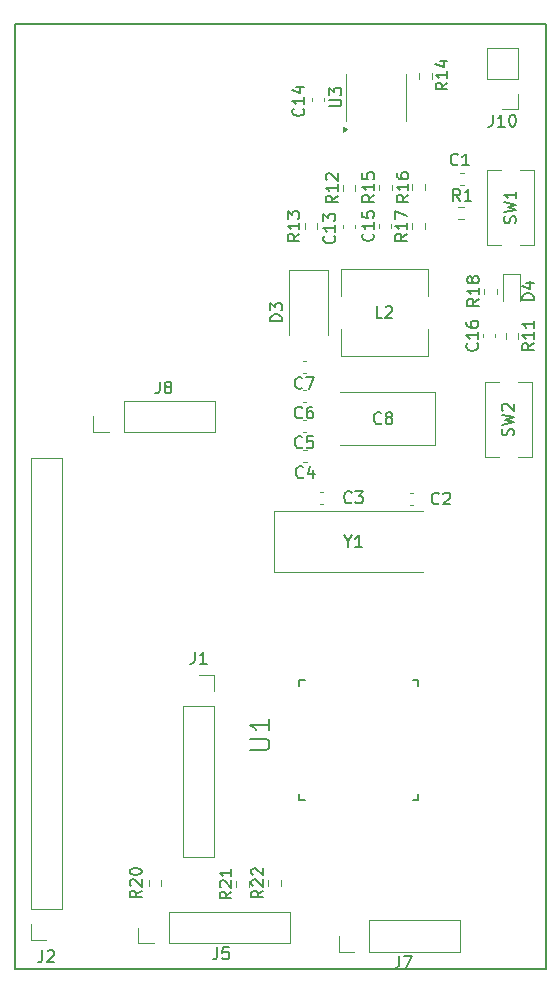
<source format=gto>
%TF.GenerationSoftware,KiCad,Pcbnew,8.0.7*%
%TF.CreationDate,2025-03-07T17:05:54+07:00*%
%TF.ProjectId,BTL_NGUYENTRUNG,42544c5f-4e47-4555-9945-4e5452554e47,rev?*%
%TF.SameCoordinates,Original*%
%TF.FileFunction,Legend,Top*%
%TF.FilePolarity,Positive*%
%FSLAX46Y46*%
G04 Gerber Fmt 4.6, Leading zero omitted, Abs format (unit mm)*
G04 Created by KiCad (PCBNEW 8.0.7) date 2025-03-07 17:05:54*
%MOMM*%
%LPD*%
G01*
G04 APERTURE LIST*
%ADD10C,0.150000*%
%ADD11C,0.120000*%
%ADD12C,0.152400*%
%TA.AperFunction,Profile*%
%ADD13C,0.200000*%
%TD*%
G04 APERTURE END LIST*
D10*
X84507200Y-37033332D02*
X84554819Y-36890475D01*
X84554819Y-36890475D02*
X84554819Y-36652380D01*
X84554819Y-36652380D02*
X84507200Y-36557142D01*
X84507200Y-36557142D02*
X84459580Y-36509523D01*
X84459580Y-36509523D02*
X84364342Y-36461904D01*
X84364342Y-36461904D02*
X84269104Y-36461904D01*
X84269104Y-36461904D02*
X84173866Y-36509523D01*
X84173866Y-36509523D02*
X84126247Y-36557142D01*
X84126247Y-36557142D02*
X84078628Y-36652380D01*
X84078628Y-36652380D02*
X84031009Y-36842856D01*
X84031009Y-36842856D02*
X83983390Y-36938094D01*
X83983390Y-36938094D02*
X83935771Y-36985713D01*
X83935771Y-36985713D02*
X83840533Y-37033332D01*
X83840533Y-37033332D02*
X83745295Y-37033332D01*
X83745295Y-37033332D02*
X83650057Y-36985713D01*
X83650057Y-36985713D02*
X83602438Y-36938094D01*
X83602438Y-36938094D02*
X83554819Y-36842856D01*
X83554819Y-36842856D02*
X83554819Y-36604761D01*
X83554819Y-36604761D02*
X83602438Y-36461904D01*
X83554819Y-36128570D02*
X84554819Y-35890475D01*
X84554819Y-35890475D02*
X83840533Y-35699999D01*
X83840533Y-35699999D02*
X84554819Y-35509523D01*
X84554819Y-35509523D02*
X83554819Y-35271428D01*
X84554819Y-34366666D02*
X84554819Y-34938094D01*
X84554819Y-34652380D02*
X83554819Y-34652380D01*
X83554819Y-34652380D02*
X83697676Y-34747618D01*
X83697676Y-34747618D02*
X83792914Y-34842856D01*
X83792914Y-34842856D02*
X83840533Y-34938094D01*
X66458333Y-55989580D02*
X66410714Y-56037200D01*
X66410714Y-56037200D02*
X66267857Y-56084819D01*
X66267857Y-56084819D02*
X66172619Y-56084819D01*
X66172619Y-56084819D02*
X66029762Y-56037200D01*
X66029762Y-56037200D02*
X65934524Y-55941961D01*
X65934524Y-55941961D02*
X65886905Y-55846723D01*
X65886905Y-55846723D02*
X65839286Y-55656247D01*
X65839286Y-55656247D02*
X65839286Y-55513390D01*
X65839286Y-55513390D02*
X65886905Y-55322914D01*
X65886905Y-55322914D02*
X65934524Y-55227676D01*
X65934524Y-55227676D02*
X66029762Y-55132438D01*
X66029762Y-55132438D02*
X66172619Y-55084819D01*
X66172619Y-55084819D02*
X66267857Y-55084819D01*
X66267857Y-55084819D02*
X66410714Y-55132438D01*
X66410714Y-55132438D02*
X66458333Y-55180057D01*
X67363095Y-55084819D02*
X66886905Y-55084819D01*
X66886905Y-55084819D02*
X66839286Y-55561009D01*
X66839286Y-55561009D02*
X66886905Y-55513390D01*
X66886905Y-55513390D02*
X66982143Y-55465771D01*
X66982143Y-55465771D02*
X67220238Y-55465771D01*
X67220238Y-55465771D02*
X67315476Y-55513390D01*
X67315476Y-55513390D02*
X67363095Y-55561009D01*
X67363095Y-55561009D02*
X67410714Y-55656247D01*
X67410714Y-55656247D02*
X67410714Y-55894342D01*
X67410714Y-55894342D02*
X67363095Y-55989580D01*
X67363095Y-55989580D02*
X67315476Y-56037200D01*
X67315476Y-56037200D02*
X67220238Y-56084819D01*
X67220238Y-56084819D02*
X66982143Y-56084819D01*
X66982143Y-56084819D02*
X66886905Y-56037200D01*
X66886905Y-56037200D02*
X66839286Y-55989580D01*
X75454819Y-34642857D02*
X74978628Y-34976190D01*
X75454819Y-35214285D02*
X74454819Y-35214285D01*
X74454819Y-35214285D02*
X74454819Y-34833333D01*
X74454819Y-34833333D02*
X74502438Y-34738095D01*
X74502438Y-34738095D02*
X74550057Y-34690476D01*
X74550057Y-34690476D02*
X74645295Y-34642857D01*
X74645295Y-34642857D02*
X74788152Y-34642857D01*
X74788152Y-34642857D02*
X74883390Y-34690476D01*
X74883390Y-34690476D02*
X74931009Y-34738095D01*
X74931009Y-34738095D02*
X74978628Y-34833333D01*
X74978628Y-34833333D02*
X74978628Y-35214285D01*
X75454819Y-33690476D02*
X75454819Y-34261904D01*
X75454819Y-33976190D02*
X74454819Y-33976190D01*
X74454819Y-33976190D02*
X74597676Y-34071428D01*
X74597676Y-34071428D02*
X74692914Y-34166666D01*
X74692914Y-34166666D02*
X74740533Y-34261904D01*
X74454819Y-32833333D02*
X74454819Y-33023809D01*
X74454819Y-33023809D02*
X74502438Y-33119047D01*
X74502438Y-33119047D02*
X74550057Y-33166666D01*
X74550057Y-33166666D02*
X74692914Y-33261904D01*
X74692914Y-33261904D02*
X74883390Y-33309523D01*
X74883390Y-33309523D02*
X75264342Y-33309523D01*
X75264342Y-33309523D02*
X75359580Y-33261904D01*
X75359580Y-33261904D02*
X75407200Y-33214285D01*
X75407200Y-33214285D02*
X75454819Y-33119047D01*
X75454819Y-33119047D02*
X75454819Y-32928571D01*
X75454819Y-32928571D02*
X75407200Y-32833333D01*
X75407200Y-32833333D02*
X75359580Y-32785714D01*
X75359580Y-32785714D02*
X75264342Y-32738095D01*
X75264342Y-32738095D02*
X75026247Y-32738095D01*
X75026247Y-32738095D02*
X74931009Y-32785714D01*
X74931009Y-32785714D02*
X74883390Y-32833333D01*
X74883390Y-32833333D02*
X74835771Y-32928571D01*
X74835771Y-32928571D02*
X74835771Y-33119047D01*
X74835771Y-33119047D02*
X74883390Y-33214285D01*
X74883390Y-33214285D02*
X74931009Y-33261904D01*
X74931009Y-33261904D02*
X75026247Y-33309523D01*
X66458333Y-53479580D02*
X66410714Y-53527200D01*
X66410714Y-53527200D02*
X66267857Y-53574819D01*
X66267857Y-53574819D02*
X66172619Y-53574819D01*
X66172619Y-53574819D02*
X66029762Y-53527200D01*
X66029762Y-53527200D02*
X65934524Y-53431961D01*
X65934524Y-53431961D02*
X65886905Y-53336723D01*
X65886905Y-53336723D02*
X65839286Y-53146247D01*
X65839286Y-53146247D02*
X65839286Y-53003390D01*
X65839286Y-53003390D02*
X65886905Y-52812914D01*
X65886905Y-52812914D02*
X65934524Y-52717676D01*
X65934524Y-52717676D02*
X66029762Y-52622438D01*
X66029762Y-52622438D02*
X66172619Y-52574819D01*
X66172619Y-52574819D02*
X66267857Y-52574819D01*
X66267857Y-52574819D02*
X66410714Y-52622438D01*
X66410714Y-52622438D02*
X66458333Y-52670057D01*
X67315476Y-52574819D02*
X67125000Y-52574819D01*
X67125000Y-52574819D02*
X67029762Y-52622438D01*
X67029762Y-52622438D02*
X66982143Y-52670057D01*
X66982143Y-52670057D02*
X66886905Y-52812914D01*
X66886905Y-52812914D02*
X66839286Y-53003390D01*
X66839286Y-53003390D02*
X66839286Y-53384342D01*
X66839286Y-53384342D02*
X66886905Y-53479580D01*
X66886905Y-53479580D02*
X66934524Y-53527200D01*
X66934524Y-53527200D02*
X67029762Y-53574819D01*
X67029762Y-53574819D02*
X67220238Y-53574819D01*
X67220238Y-53574819D02*
X67315476Y-53527200D01*
X67315476Y-53527200D02*
X67363095Y-53479580D01*
X67363095Y-53479580D02*
X67410714Y-53384342D01*
X67410714Y-53384342D02*
X67410714Y-53146247D01*
X67410714Y-53146247D02*
X67363095Y-53051009D01*
X67363095Y-53051009D02*
X67315476Y-53003390D01*
X67315476Y-53003390D02*
X67220238Y-52955771D01*
X67220238Y-52955771D02*
X67029762Y-52955771D01*
X67029762Y-52955771D02*
X66934524Y-53003390D01*
X66934524Y-53003390D02*
X66886905Y-53051009D01*
X66886905Y-53051009D02*
X66839286Y-53146247D01*
X72429580Y-37917857D02*
X72477200Y-37965476D01*
X72477200Y-37965476D02*
X72524819Y-38108333D01*
X72524819Y-38108333D02*
X72524819Y-38203571D01*
X72524819Y-38203571D02*
X72477200Y-38346428D01*
X72477200Y-38346428D02*
X72381961Y-38441666D01*
X72381961Y-38441666D02*
X72286723Y-38489285D01*
X72286723Y-38489285D02*
X72096247Y-38536904D01*
X72096247Y-38536904D02*
X71953390Y-38536904D01*
X71953390Y-38536904D02*
X71762914Y-38489285D01*
X71762914Y-38489285D02*
X71667676Y-38441666D01*
X71667676Y-38441666D02*
X71572438Y-38346428D01*
X71572438Y-38346428D02*
X71524819Y-38203571D01*
X71524819Y-38203571D02*
X71524819Y-38108333D01*
X71524819Y-38108333D02*
X71572438Y-37965476D01*
X71572438Y-37965476D02*
X71620057Y-37917857D01*
X72524819Y-36965476D02*
X72524819Y-37536904D01*
X72524819Y-37251190D02*
X71524819Y-37251190D01*
X71524819Y-37251190D02*
X71667676Y-37346428D01*
X71667676Y-37346428D02*
X71762914Y-37441666D01*
X71762914Y-37441666D02*
X71810533Y-37536904D01*
X71524819Y-36060714D02*
X71524819Y-36536904D01*
X71524819Y-36536904D02*
X72001009Y-36584523D01*
X72001009Y-36584523D02*
X71953390Y-36536904D01*
X71953390Y-36536904D02*
X71905771Y-36441666D01*
X71905771Y-36441666D02*
X71905771Y-36203571D01*
X71905771Y-36203571D02*
X71953390Y-36108333D01*
X71953390Y-36108333D02*
X72001009Y-36060714D01*
X72001009Y-36060714D02*
X72096247Y-36013095D01*
X72096247Y-36013095D02*
X72334342Y-36013095D01*
X72334342Y-36013095D02*
X72429580Y-36060714D01*
X72429580Y-36060714D02*
X72477200Y-36108333D01*
X72477200Y-36108333D02*
X72524819Y-36203571D01*
X72524819Y-36203571D02*
X72524819Y-36441666D01*
X72524819Y-36441666D02*
X72477200Y-36536904D01*
X72477200Y-36536904D02*
X72429580Y-36584523D01*
X78033333Y-60759580D02*
X77985714Y-60807200D01*
X77985714Y-60807200D02*
X77842857Y-60854819D01*
X77842857Y-60854819D02*
X77747619Y-60854819D01*
X77747619Y-60854819D02*
X77604762Y-60807200D01*
X77604762Y-60807200D02*
X77509524Y-60711961D01*
X77509524Y-60711961D02*
X77461905Y-60616723D01*
X77461905Y-60616723D02*
X77414286Y-60426247D01*
X77414286Y-60426247D02*
X77414286Y-60283390D01*
X77414286Y-60283390D02*
X77461905Y-60092914D01*
X77461905Y-60092914D02*
X77509524Y-59997676D01*
X77509524Y-59997676D02*
X77604762Y-59902438D01*
X77604762Y-59902438D02*
X77747619Y-59854819D01*
X77747619Y-59854819D02*
X77842857Y-59854819D01*
X77842857Y-59854819D02*
X77985714Y-59902438D01*
X77985714Y-59902438D02*
X78033333Y-59950057D01*
X78414286Y-59950057D02*
X78461905Y-59902438D01*
X78461905Y-59902438D02*
X78557143Y-59854819D01*
X78557143Y-59854819D02*
X78795238Y-59854819D01*
X78795238Y-59854819D02*
X78890476Y-59902438D01*
X78890476Y-59902438D02*
X78938095Y-59950057D01*
X78938095Y-59950057D02*
X78985714Y-60045295D01*
X78985714Y-60045295D02*
X78985714Y-60140533D01*
X78985714Y-60140533D02*
X78938095Y-60283390D01*
X78938095Y-60283390D02*
X78366667Y-60854819D01*
X78366667Y-60854819D02*
X78985714Y-60854819D01*
X62043524Y-81618795D02*
X63372877Y-81618795D01*
X63372877Y-81618795D02*
X63529271Y-81540598D01*
X63529271Y-81540598D02*
X63607469Y-81462401D01*
X63607469Y-81462401D02*
X63685666Y-81306006D01*
X63685666Y-81306006D02*
X63685666Y-80993217D01*
X63685666Y-80993217D02*
X63607469Y-80836823D01*
X63607469Y-80836823D02*
X63529271Y-80758626D01*
X63529271Y-80758626D02*
X63372877Y-80680428D01*
X63372877Y-80680428D02*
X62043524Y-80680428D01*
X63685666Y-79038287D02*
X63685666Y-79976654D01*
X63685666Y-79507470D02*
X62043524Y-79507470D01*
X62043524Y-79507470D02*
X62278115Y-79663865D01*
X62278115Y-79663865D02*
X62434510Y-79820259D01*
X62434510Y-79820259D02*
X62512707Y-79976654D01*
X69159580Y-38142857D02*
X69207200Y-38190476D01*
X69207200Y-38190476D02*
X69254819Y-38333333D01*
X69254819Y-38333333D02*
X69254819Y-38428571D01*
X69254819Y-38428571D02*
X69207200Y-38571428D01*
X69207200Y-38571428D02*
X69111961Y-38666666D01*
X69111961Y-38666666D02*
X69016723Y-38714285D01*
X69016723Y-38714285D02*
X68826247Y-38761904D01*
X68826247Y-38761904D02*
X68683390Y-38761904D01*
X68683390Y-38761904D02*
X68492914Y-38714285D01*
X68492914Y-38714285D02*
X68397676Y-38666666D01*
X68397676Y-38666666D02*
X68302438Y-38571428D01*
X68302438Y-38571428D02*
X68254819Y-38428571D01*
X68254819Y-38428571D02*
X68254819Y-38333333D01*
X68254819Y-38333333D02*
X68302438Y-38190476D01*
X68302438Y-38190476D02*
X68350057Y-38142857D01*
X69254819Y-37190476D02*
X69254819Y-37761904D01*
X69254819Y-37476190D02*
X68254819Y-37476190D01*
X68254819Y-37476190D02*
X68397676Y-37571428D01*
X68397676Y-37571428D02*
X68492914Y-37666666D01*
X68492914Y-37666666D02*
X68540533Y-37761904D01*
X68254819Y-36857142D02*
X68254819Y-36238095D01*
X68254819Y-36238095D02*
X68635771Y-36571428D01*
X68635771Y-36571428D02*
X68635771Y-36428571D01*
X68635771Y-36428571D02*
X68683390Y-36333333D01*
X68683390Y-36333333D02*
X68731009Y-36285714D01*
X68731009Y-36285714D02*
X68826247Y-36238095D01*
X68826247Y-36238095D02*
X69064342Y-36238095D01*
X69064342Y-36238095D02*
X69159580Y-36285714D01*
X69159580Y-36285714D02*
X69207200Y-36333333D01*
X69207200Y-36333333D02*
X69254819Y-36428571D01*
X69254819Y-36428571D02*
X69254819Y-36714285D01*
X69254819Y-36714285D02*
X69207200Y-36809523D01*
X69207200Y-36809523D02*
X69159580Y-36857142D01*
X79833333Y-35154819D02*
X79500000Y-34678628D01*
X79261905Y-35154819D02*
X79261905Y-34154819D01*
X79261905Y-34154819D02*
X79642857Y-34154819D01*
X79642857Y-34154819D02*
X79738095Y-34202438D01*
X79738095Y-34202438D02*
X79785714Y-34250057D01*
X79785714Y-34250057D02*
X79833333Y-34345295D01*
X79833333Y-34345295D02*
X79833333Y-34488152D01*
X79833333Y-34488152D02*
X79785714Y-34583390D01*
X79785714Y-34583390D02*
X79738095Y-34631009D01*
X79738095Y-34631009D02*
X79642857Y-34678628D01*
X79642857Y-34678628D02*
X79261905Y-34678628D01*
X80785714Y-35154819D02*
X80214286Y-35154819D01*
X80500000Y-35154819D02*
X80500000Y-34154819D01*
X80500000Y-34154819D02*
X80404762Y-34297676D01*
X80404762Y-34297676D02*
X80309524Y-34392914D01*
X80309524Y-34392914D02*
X80214286Y-34440533D01*
X66458333Y-50969580D02*
X66410714Y-51017200D01*
X66410714Y-51017200D02*
X66267857Y-51064819D01*
X66267857Y-51064819D02*
X66172619Y-51064819D01*
X66172619Y-51064819D02*
X66029762Y-51017200D01*
X66029762Y-51017200D02*
X65934524Y-50921961D01*
X65934524Y-50921961D02*
X65886905Y-50826723D01*
X65886905Y-50826723D02*
X65839286Y-50636247D01*
X65839286Y-50636247D02*
X65839286Y-50493390D01*
X65839286Y-50493390D02*
X65886905Y-50302914D01*
X65886905Y-50302914D02*
X65934524Y-50207676D01*
X65934524Y-50207676D02*
X66029762Y-50112438D01*
X66029762Y-50112438D02*
X66172619Y-50064819D01*
X66172619Y-50064819D02*
X66267857Y-50064819D01*
X66267857Y-50064819D02*
X66410714Y-50112438D01*
X66410714Y-50112438D02*
X66458333Y-50160057D01*
X66791667Y-50064819D02*
X67458333Y-50064819D01*
X67458333Y-50064819D02*
X67029762Y-51064819D01*
X73233333Y-45054819D02*
X72757143Y-45054819D01*
X72757143Y-45054819D02*
X72757143Y-44054819D01*
X73519048Y-44150057D02*
X73566667Y-44102438D01*
X73566667Y-44102438D02*
X73661905Y-44054819D01*
X73661905Y-44054819D02*
X73900000Y-44054819D01*
X73900000Y-44054819D02*
X73995238Y-44102438D01*
X73995238Y-44102438D02*
X74042857Y-44150057D01*
X74042857Y-44150057D02*
X74090476Y-44245295D01*
X74090476Y-44245295D02*
X74090476Y-44340533D01*
X74090476Y-44340533D02*
X74042857Y-44483390D01*
X74042857Y-44483390D02*
X73471429Y-45054819D01*
X73471429Y-45054819D02*
X74090476Y-45054819D01*
X84307200Y-55008332D02*
X84354819Y-54865475D01*
X84354819Y-54865475D02*
X84354819Y-54627380D01*
X84354819Y-54627380D02*
X84307200Y-54532142D01*
X84307200Y-54532142D02*
X84259580Y-54484523D01*
X84259580Y-54484523D02*
X84164342Y-54436904D01*
X84164342Y-54436904D02*
X84069104Y-54436904D01*
X84069104Y-54436904D02*
X83973866Y-54484523D01*
X83973866Y-54484523D02*
X83926247Y-54532142D01*
X83926247Y-54532142D02*
X83878628Y-54627380D01*
X83878628Y-54627380D02*
X83831009Y-54817856D01*
X83831009Y-54817856D02*
X83783390Y-54913094D01*
X83783390Y-54913094D02*
X83735771Y-54960713D01*
X83735771Y-54960713D02*
X83640533Y-55008332D01*
X83640533Y-55008332D02*
X83545295Y-55008332D01*
X83545295Y-55008332D02*
X83450057Y-54960713D01*
X83450057Y-54960713D02*
X83402438Y-54913094D01*
X83402438Y-54913094D02*
X83354819Y-54817856D01*
X83354819Y-54817856D02*
X83354819Y-54579761D01*
X83354819Y-54579761D02*
X83402438Y-54436904D01*
X83354819Y-54103570D02*
X84354819Y-53865475D01*
X84354819Y-53865475D02*
X83640533Y-53674999D01*
X83640533Y-53674999D02*
X84354819Y-53484523D01*
X84354819Y-53484523D02*
X83354819Y-53246428D01*
X83450057Y-52913094D02*
X83402438Y-52865475D01*
X83402438Y-52865475D02*
X83354819Y-52770237D01*
X83354819Y-52770237D02*
X83354819Y-52532142D01*
X83354819Y-52532142D02*
X83402438Y-52436904D01*
X83402438Y-52436904D02*
X83450057Y-52389285D01*
X83450057Y-52389285D02*
X83545295Y-52341666D01*
X83545295Y-52341666D02*
X83640533Y-52341666D01*
X83640533Y-52341666D02*
X83783390Y-52389285D01*
X83783390Y-52389285D02*
X84354819Y-52960713D01*
X84354819Y-52960713D02*
X84354819Y-52341666D01*
X68754819Y-27161904D02*
X69564342Y-27161904D01*
X69564342Y-27161904D02*
X69659580Y-27114285D01*
X69659580Y-27114285D02*
X69707200Y-27066666D01*
X69707200Y-27066666D02*
X69754819Y-26971428D01*
X69754819Y-26971428D02*
X69754819Y-26780952D01*
X69754819Y-26780952D02*
X69707200Y-26685714D01*
X69707200Y-26685714D02*
X69659580Y-26638095D01*
X69659580Y-26638095D02*
X69564342Y-26590476D01*
X69564342Y-26590476D02*
X68754819Y-26590476D01*
X68754819Y-26209523D02*
X68754819Y-25590476D01*
X68754819Y-25590476D02*
X69135771Y-25923809D01*
X69135771Y-25923809D02*
X69135771Y-25780952D01*
X69135771Y-25780952D02*
X69183390Y-25685714D01*
X69183390Y-25685714D02*
X69231009Y-25638095D01*
X69231009Y-25638095D02*
X69326247Y-25590476D01*
X69326247Y-25590476D02*
X69564342Y-25590476D01*
X69564342Y-25590476D02*
X69659580Y-25638095D01*
X69659580Y-25638095D02*
X69707200Y-25685714D01*
X69707200Y-25685714D02*
X69754819Y-25780952D01*
X69754819Y-25780952D02*
X69754819Y-26066666D01*
X69754819Y-26066666D02*
X69707200Y-26161904D01*
X69707200Y-26161904D02*
X69659580Y-26209523D01*
X44466666Y-98604819D02*
X44466666Y-99319104D01*
X44466666Y-99319104D02*
X44419047Y-99461961D01*
X44419047Y-99461961D02*
X44323809Y-99557200D01*
X44323809Y-99557200D02*
X44180952Y-99604819D01*
X44180952Y-99604819D02*
X44085714Y-99604819D01*
X44895238Y-98700057D02*
X44942857Y-98652438D01*
X44942857Y-98652438D02*
X45038095Y-98604819D01*
X45038095Y-98604819D02*
X45276190Y-98604819D01*
X45276190Y-98604819D02*
X45371428Y-98652438D01*
X45371428Y-98652438D02*
X45419047Y-98700057D01*
X45419047Y-98700057D02*
X45466666Y-98795295D01*
X45466666Y-98795295D02*
X45466666Y-98890533D01*
X45466666Y-98890533D02*
X45419047Y-99033390D01*
X45419047Y-99033390D02*
X44847619Y-99604819D01*
X44847619Y-99604819D02*
X45466666Y-99604819D01*
X75324819Y-37942857D02*
X74848628Y-38276190D01*
X75324819Y-38514285D02*
X74324819Y-38514285D01*
X74324819Y-38514285D02*
X74324819Y-38133333D01*
X74324819Y-38133333D02*
X74372438Y-38038095D01*
X74372438Y-38038095D02*
X74420057Y-37990476D01*
X74420057Y-37990476D02*
X74515295Y-37942857D01*
X74515295Y-37942857D02*
X74658152Y-37942857D01*
X74658152Y-37942857D02*
X74753390Y-37990476D01*
X74753390Y-37990476D02*
X74801009Y-38038095D01*
X74801009Y-38038095D02*
X74848628Y-38133333D01*
X74848628Y-38133333D02*
X74848628Y-38514285D01*
X75324819Y-36990476D02*
X75324819Y-37561904D01*
X75324819Y-37276190D02*
X74324819Y-37276190D01*
X74324819Y-37276190D02*
X74467676Y-37371428D01*
X74467676Y-37371428D02*
X74562914Y-37466666D01*
X74562914Y-37466666D02*
X74610533Y-37561904D01*
X74324819Y-36657142D02*
X74324819Y-35990476D01*
X74324819Y-35990476D02*
X75324819Y-36419047D01*
X69454819Y-34717857D02*
X68978628Y-35051190D01*
X69454819Y-35289285D02*
X68454819Y-35289285D01*
X68454819Y-35289285D02*
X68454819Y-34908333D01*
X68454819Y-34908333D02*
X68502438Y-34813095D01*
X68502438Y-34813095D02*
X68550057Y-34765476D01*
X68550057Y-34765476D02*
X68645295Y-34717857D01*
X68645295Y-34717857D02*
X68788152Y-34717857D01*
X68788152Y-34717857D02*
X68883390Y-34765476D01*
X68883390Y-34765476D02*
X68931009Y-34813095D01*
X68931009Y-34813095D02*
X68978628Y-34908333D01*
X68978628Y-34908333D02*
X68978628Y-35289285D01*
X69454819Y-33765476D02*
X69454819Y-34336904D01*
X69454819Y-34051190D02*
X68454819Y-34051190D01*
X68454819Y-34051190D02*
X68597676Y-34146428D01*
X68597676Y-34146428D02*
X68692914Y-34241666D01*
X68692914Y-34241666D02*
X68740533Y-34336904D01*
X68550057Y-33384523D02*
X68502438Y-33336904D01*
X68502438Y-33336904D02*
X68454819Y-33241666D01*
X68454819Y-33241666D02*
X68454819Y-33003571D01*
X68454819Y-33003571D02*
X68502438Y-32908333D01*
X68502438Y-32908333D02*
X68550057Y-32860714D01*
X68550057Y-32860714D02*
X68645295Y-32813095D01*
X68645295Y-32813095D02*
X68740533Y-32813095D01*
X68740533Y-32813095D02*
X68883390Y-32860714D01*
X68883390Y-32860714D02*
X69454819Y-33432142D01*
X69454819Y-33432142D02*
X69454819Y-32813095D01*
X52854819Y-93542857D02*
X52378628Y-93876190D01*
X52854819Y-94114285D02*
X51854819Y-94114285D01*
X51854819Y-94114285D02*
X51854819Y-93733333D01*
X51854819Y-93733333D02*
X51902438Y-93638095D01*
X51902438Y-93638095D02*
X51950057Y-93590476D01*
X51950057Y-93590476D02*
X52045295Y-93542857D01*
X52045295Y-93542857D02*
X52188152Y-93542857D01*
X52188152Y-93542857D02*
X52283390Y-93590476D01*
X52283390Y-93590476D02*
X52331009Y-93638095D01*
X52331009Y-93638095D02*
X52378628Y-93733333D01*
X52378628Y-93733333D02*
X52378628Y-94114285D01*
X51950057Y-93161904D02*
X51902438Y-93114285D01*
X51902438Y-93114285D02*
X51854819Y-93019047D01*
X51854819Y-93019047D02*
X51854819Y-92780952D01*
X51854819Y-92780952D02*
X51902438Y-92685714D01*
X51902438Y-92685714D02*
X51950057Y-92638095D01*
X51950057Y-92638095D02*
X52045295Y-92590476D01*
X52045295Y-92590476D02*
X52140533Y-92590476D01*
X52140533Y-92590476D02*
X52283390Y-92638095D01*
X52283390Y-92638095D02*
X52854819Y-93209523D01*
X52854819Y-93209523D02*
X52854819Y-92590476D01*
X51854819Y-91971428D02*
X51854819Y-91876190D01*
X51854819Y-91876190D02*
X51902438Y-91780952D01*
X51902438Y-91780952D02*
X51950057Y-91733333D01*
X51950057Y-91733333D02*
X52045295Y-91685714D01*
X52045295Y-91685714D02*
X52235771Y-91638095D01*
X52235771Y-91638095D02*
X52473866Y-91638095D01*
X52473866Y-91638095D02*
X52664342Y-91685714D01*
X52664342Y-91685714D02*
X52759580Y-91733333D01*
X52759580Y-91733333D02*
X52807200Y-91780952D01*
X52807200Y-91780952D02*
X52854819Y-91876190D01*
X52854819Y-91876190D02*
X52854819Y-91971428D01*
X52854819Y-91971428D02*
X52807200Y-92066666D01*
X52807200Y-92066666D02*
X52759580Y-92114285D01*
X52759580Y-92114285D02*
X52664342Y-92161904D01*
X52664342Y-92161904D02*
X52473866Y-92209523D01*
X52473866Y-92209523D02*
X52235771Y-92209523D01*
X52235771Y-92209523D02*
X52045295Y-92161904D01*
X52045295Y-92161904D02*
X51950057Y-92114285D01*
X51950057Y-92114285D02*
X51902438Y-92066666D01*
X51902438Y-92066666D02*
X51854819Y-91971428D01*
X74666666Y-99077319D02*
X74666666Y-99791604D01*
X74666666Y-99791604D02*
X74619047Y-99934461D01*
X74619047Y-99934461D02*
X74523809Y-100029700D01*
X74523809Y-100029700D02*
X74380952Y-100077319D01*
X74380952Y-100077319D02*
X74285714Y-100077319D01*
X75047619Y-99077319D02*
X75714285Y-99077319D01*
X75714285Y-99077319D02*
X75285714Y-100077319D01*
X79633333Y-32059580D02*
X79585714Y-32107200D01*
X79585714Y-32107200D02*
X79442857Y-32154819D01*
X79442857Y-32154819D02*
X79347619Y-32154819D01*
X79347619Y-32154819D02*
X79204762Y-32107200D01*
X79204762Y-32107200D02*
X79109524Y-32011961D01*
X79109524Y-32011961D02*
X79061905Y-31916723D01*
X79061905Y-31916723D02*
X79014286Y-31726247D01*
X79014286Y-31726247D02*
X79014286Y-31583390D01*
X79014286Y-31583390D02*
X79061905Y-31392914D01*
X79061905Y-31392914D02*
X79109524Y-31297676D01*
X79109524Y-31297676D02*
X79204762Y-31202438D01*
X79204762Y-31202438D02*
X79347619Y-31154819D01*
X79347619Y-31154819D02*
X79442857Y-31154819D01*
X79442857Y-31154819D02*
X79585714Y-31202438D01*
X79585714Y-31202438D02*
X79633333Y-31250057D01*
X80585714Y-32154819D02*
X80014286Y-32154819D01*
X80300000Y-32154819D02*
X80300000Y-31154819D01*
X80300000Y-31154819D02*
X80204762Y-31297676D01*
X80204762Y-31297676D02*
X80109524Y-31392914D01*
X80109524Y-31392914D02*
X80014286Y-31440533D01*
X70323809Y-63978628D02*
X70323809Y-64454819D01*
X69990476Y-63454819D02*
X70323809Y-63978628D01*
X70323809Y-63978628D02*
X70657142Y-63454819D01*
X71514285Y-64454819D02*
X70942857Y-64454819D01*
X71228571Y-64454819D02*
X71228571Y-63454819D01*
X71228571Y-63454819D02*
X71133333Y-63597676D01*
X71133333Y-63597676D02*
X71038095Y-63692914D01*
X71038095Y-63692914D02*
X70942857Y-63740533D01*
X78754819Y-25142857D02*
X78278628Y-25476190D01*
X78754819Y-25714285D02*
X77754819Y-25714285D01*
X77754819Y-25714285D02*
X77754819Y-25333333D01*
X77754819Y-25333333D02*
X77802438Y-25238095D01*
X77802438Y-25238095D02*
X77850057Y-25190476D01*
X77850057Y-25190476D02*
X77945295Y-25142857D01*
X77945295Y-25142857D02*
X78088152Y-25142857D01*
X78088152Y-25142857D02*
X78183390Y-25190476D01*
X78183390Y-25190476D02*
X78231009Y-25238095D01*
X78231009Y-25238095D02*
X78278628Y-25333333D01*
X78278628Y-25333333D02*
X78278628Y-25714285D01*
X78754819Y-24190476D02*
X78754819Y-24761904D01*
X78754819Y-24476190D02*
X77754819Y-24476190D01*
X77754819Y-24476190D02*
X77897676Y-24571428D01*
X77897676Y-24571428D02*
X77992914Y-24666666D01*
X77992914Y-24666666D02*
X78040533Y-24761904D01*
X78088152Y-23333333D02*
X78754819Y-23333333D01*
X77707200Y-23571428D02*
X78421485Y-23809523D01*
X78421485Y-23809523D02*
X78421485Y-23190476D01*
X86084819Y-43550594D02*
X85084819Y-43550594D01*
X85084819Y-43550594D02*
X85084819Y-43312499D01*
X85084819Y-43312499D02*
X85132438Y-43169642D01*
X85132438Y-43169642D02*
X85227676Y-43074404D01*
X85227676Y-43074404D02*
X85322914Y-43026785D01*
X85322914Y-43026785D02*
X85513390Y-42979166D01*
X85513390Y-42979166D02*
X85656247Y-42979166D01*
X85656247Y-42979166D02*
X85846723Y-43026785D01*
X85846723Y-43026785D02*
X85941961Y-43074404D01*
X85941961Y-43074404D02*
X86037200Y-43169642D01*
X86037200Y-43169642D02*
X86084819Y-43312499D01*
X86084819Y-43312499D02*
X86084819Y-43550594D01*
X85418152Y-42122023D02*
X86084819Y-42122023D01*
X85037200Y-42360118D02*
X85751485Y-42598213D01*
X85751485Y-42598213D02*
X85751485Y-41979166D01*
X64754819Y-45338094D02*
X63754819Y-45338094D01*
X63754819Y-45338094D02*
X63754819Y-45099999D01*
X63754819Y-45099999D02*
X63802438Y-44957142D01*
X63802438Y-44957142D02*
X63897676Y-44861904D01*
X63897676Y-44861904D02*
X63992914Y-44814285D01*
X63992914Y-44814285D02*
X64183390Y-44766666D01*
X64183390Y-44766666D02*
X64326247Y-44766666D01*
X64326247Y-44766666D02*
X64516723Y-44814285D01*
X64516723Y-44814285D02*
X64611961Y-44861904D01*
X64611961Y-44861904D02*
X64707200Y-44957142D01*
X64707200Y-44957142D02*
X64754819Y-45099999D01*
X64754819Y-45099999D02*
X64754819Y-45338094D01*
X63754819Y-44433332D02*
X63754819Y-43814285D01*
X63754819Y-43814285D02*
X64135771Y-44147618D01*
X64135771Y-44147618D02*
X64135771Y-44004761D01*
X64135771Y-44004761D02*
X64183390Y-43909523D01*
X64183390Y-43909523D02*
X64231009Y-43861904D01*
X64231009Y-43861904D02*
X64326247Y-43814285D01*
X64326247Y-43814285D02*
X64564342Y-43814285D01*
X64564342Y-43814285D02*
X64659580Y-43861904D01*
X64659580Y-43861904D02*
X64707200Y-43909523D01*
X64707200Y-43909523D02*
X64754819Y-44004761D01*
X64754819Y-44004761D02*
X64754819Y-44290475D01*
X64754819Y-44290475D02*
X64707200Y-44385713D01*
X64707200Y-44385713D02*
X64659580Y-44433332D01*
X70633333Y-60659580D02*
X70585714Y-60707200D01*
X70585714Y-60707200D02*
X70442857Y-60754819D01*
X70442857Y-60754819D02*
X70347619Y-60754819D01*
X70347619Y-60754819D02*
X70204762Y-60707200D01*
X70204762Y-60707200D02*
X70109524Y-60611961D01*
X70109524Y-60611961D02*
X70061905Y-60516723D01*
X70061905Y-60516723D02*
X70014286Y-60326247D01*
X70014286Y-60326247D02*
X70014286Y-60183390D01*
X70014286Y-60183390D02*
X70061905Y-59992914D01*
X70061905Y-59992914D02*
X70109524Y-59897676D01*
X70109524Y-59897676D02*
X70204762Y-59802438D01*
X70204762Y-59802438D02*
X70347619Y-59754819D01*
X70347619Y-59754819D02*
X70442857Y-59754819D01*
X70442857Y-59754819D02*
X70585714Y-59802438D01*
X70585714Y-59802438D02*
X70633333Y-59850057D01*
X70966667Y-59754819D02*
X71585714Y-59754819D01*
X71585714Y-59754819D02*
X71252381Y-60135771D01*
X71252381Y-60135771D02*
X71395238Y-60135771D01*
X71395238Y-60135771D02*
X71490476Y-60183390D01*
X71490476Y-60183390D02*
X71538095Y-60231009D01*
X71538095Y-60231009D02*
X71585714Y-60326247D01*
X71585714Y-60326247D02*
X71585714Y-60564342D01*
X71585714Y-60564342D02*
X71538095Y-60659580D01*
X71538095Y-60659580D02*
X71490476Y-60707200D01*
X71490476Y-60707200D02*
X71395238Y-60754819D01*
X71395238Y-60754819D02*
X71109524Y-60754819D01*
X71109524Y-60754819D02*
X71014286Y-60707200D01*
X71014286Y-60707200D02*
X70966667Y-60659580D01*
X57366666Y-73344819D02*
X57366666Y-74059104D01*
X57366666Y-74059104D02*
X57319047Y-74201961D01*
X57319047Y-74201961D02*
X57223809Y-74297200D01*
X57223809Y-74297200D02*
X57080952Y-74344819D01*
X57080952Y-74344819D02*
X56985714Y-74344819D01*
X58366666Y-74344819D02*
X57795238Y-74344819D01*
X58080952Y-74344819D02*
X58080952Y-73344819D01*
X58080952Y-73344819D02*
X57985714Y-73487676D01*
X57985714Y-73487676D02*
X57890476Y-73582914D01*
X57890476Y-73582914D02*
X57795238Y-73630533D01*
X81424819Y-43455357D02*
X80948628Y-43788690D01*
X81424819Y-44026785D02*
X80424819Y-44026785D01*
X80424819Y-44026785D02*
X80424819Y-43645833D01*
X80424819Y-43645833D02*
X80472438Y-43550595D01*
X80472438Y-43550595D02*
X80520057Y-43502976D01*
X80520057Y-43502976D02*
X80615295Y-43455357D01*
X80615295Y-43455357D02*
X80758152Y-43455357D01*
X80758152Y-43455357D02*
X80853390Y-43502976D01*
X80853390Y-43502976D02*
X80901009Y-43550595D01*
X80901009Y-43550595D02*
X80948628Y-43645833D01*
X80948628Y-43645833D02*
X80948628Y-44026785D01*
X81424819Y-42502976D02*
X81424819Y-43074404D01*
X81424819Y-42788690D02*
X80424819Y-42788690D01*
X80424819Y-42788690D02*
X80567676Y-42883928D01*
X80567676Y-42883928D02*
X80662914Y-42979166D01*
X80662914Y-42979166D02*
X80710533Y-43074404D01*
X80853390Y-41931547D02*
X80805771Y-42026785D01*
X80805771Y-42026785D02*
X80758152Y-42074404D01*
X80758152Y-42074404D02*
X80662914Y-42122023D01*
X80662914Y-42122023D02*
X80615295Y-42122023D01*
X80615295Y-42122023D02*
X80520057Y-42074404D01*
X80520057Y-42074404D02*
X80472438Y-42026785D01*
X80472438Y-42026785D02*
X80424819Y-41931547D01*
X80424819Y-41931547D02*
X80424819Y-41741071D01*
X80424819Y-41741071D02*
X80472438Y-41645833D01*
X80472438Y-41645833D02*
X80520057Y-41598214D01*
X80520057Y-41598214D02*
X80615295Y-41550595D01*
X80615295Y-41550595D02*
X80662914Y-41550595D01*
X80662914Y-41550595D02*
X80758152Y-41598214D01*
X80758152Y-41598214D02*
X80805771Y-41645833D01*
X80805771Y-41645833D02*
X80853390Y-41741071D01*
X80853390Y-41741071D02*
X80853390Y-41931547D01*
X80853390Y-41931547D02*
X80901009Y-42026785D01*
X80901009Y-42026785D02*
X80948628Y-42074404D01*
X80948628Y-42074404D02*
X81043866Y-42122023D01*
X81043866Y-42122023D02*
X81234342Y-42122023D01*
X81234342Y-42122023D02*
X81329580Y-42074404D01*
X81329580Y-42074404D02*
X81377200Y-42026785D01*
X81377200Y-42026785D02*
X81424819Y-41931547D01*
X81424819Y-41931547D02*
X81424819Y-41741071D01*
X81424819Y-41741071D02*
X81377200Y-41645833D01*
X81377200Y-41645833D02*
X81329580Y-41598214D01*
X81329580Y-41598214D02*
X81234342Y-41550595D01*
X81234342Y-41550595D02*
X81043866Y-41550595D01*
X81043866Y-41550595D02*
X80948628Y-41598214D01*
X80948628Y-41598214D02*
X80901009Y-41645833D01*
X80901009Y-41645833D02*
X80853390Y-41741071D01*
X66224819Y-37942857D02*
X65748628Y-38276190D01*
X66224819Y-38514285D02*
X65224819Y-38514285D01*
X65224819Y-38514285D02*
X65224819Y-38133333D01*
X65224819Y-38133333D02*
X65272438Y-38038095D01*
X65272438Y-38038095D02*
X65320057Y-37990476D01*
X65320057Y-37990476D02*
X65415295Y-37942857D01*
X65415295Y-37942857D02*
X65558152Y-37942857D01*
X65558152Y-37942857D02*
X65653390Y-37990476D01*
X65653390Y-37990476D02*
X65701009Y-38038095D01*
X65701009Y-38038095D02*
X65748628Y-38133333D01*
X65748628Y-38133333D02*
X65748628Y-38514285D01*
X66224819Y-36990476D02*
X66224819Y-37561904D01*
X66224819Y-37276190D02*
X65224819Y-37276190D01*
X65224819Y-37276190D02*
X65367676Y-37371428D01*
X65367676Y-37371428D02*
X65462914Y-37466666D01*
X65462914Y-37466666D02*
X65510533Y-37561904D01*
X65224819Y-36657142D02*
X65224819Y-36038095D01*
X65224819Y-36038095D02*
X65605771Y-36371428D01*
X65605771Y-36371428D02*
X65605771Y-36228571D01*
X65605771Y-36228571D02*
X65653390Y-36133333D01*
X65653390Y-36133333D02*
X65701009Y-36085714D01*
X65701009Y-36085714D02*
X65796247Y-36038095D01*
X65796247Y-36038095D02*
X66034342Y-36038095D01*
X66034342Y-36038095D02*
X66129580Y-36085714D01*
X66129580Y-36085714D02*
X66177200Y-36133333D01*
X66177200Y-36133333D02*
X66224819Y-36228571D01*
X66224819Y-36228571D02*
X66224819Y-36514285D01*
X66224819Y-36514285D02*
X66177200Y-36609523D01*
X66177200Y-36609523D02*
X66129580Y-36657142D01*
X86084819Y-47217857D02*
X85608628Y-47551190D01*
X86084819Y-47789285D02*
X85084819Y-47789285D01*
X85084819Y-47789285D02*
X85084819Y-47408333D01*
X85084819Y-47408333D02*
X85132438Y-47313095D01*
X85132438Y-47313095D02*
X85180057Y-47265476D01*
X85180057Y-47265476D02*
X85275295Y-47217857D01*
X85275295Y-47217857D02*
X85418152Y-47217857D01*
X85418152Y-47217857D02*
X85513390Y-47265476D01*
X85513390Y-47265476D02*
X85561009Y-47313095D01*
X85561009Y-47313095D02*
X85608628Y-47408333D01*
X85608628Y-47408333D02*
X85608628Y-47789285D01*
X86084819Y-46265476D02*
X86084819Y-46836904D01*
X86084819Y-46551190D02*
X85084819Y-46551190D01*
X85084819Y-46551190D02*
X85227676Y-46646428D01*
X85227676Y-46646428D02*
X85322914Y-46741666D01*
X85322914Y-46741666D02*
X85370533Y-46836904D01*
X86084819Y-45313095D02*
X86084819Y-45884523D01*
X86084819Y-45598809D02*
X85084819Y-45598809D01*
X85084819Y-45598809D02*
X85227676Y-45694047D01*
X85227676Y-45694047D02*
X85322914Y-45789285D01*
X85322914Y-45789285D02*
X85370533Y-45884523D01*
X81259580Y-47217857D02*
X81307200Y-47265476D01*
X81307200Y-47265476D02*
X81354819Y-47408333D01*
X81354819Y-47408333D02*
X81354819Y-47503571D01*
X81354819Y-47503571D02*
X81307200Y-47646428D01*
X81307200Y-47646428D02*
X81211961Y-47741666D01*
X81211961Y-47741666D02*
X81116723Y-47789285D01*
X81116723Y-47789285D02*
X80926247Y-47836904D01*
X80926247Y-47836904D02*
X80783390Y-47836904D01*
X80783390Y-47836904D02*
X80592914Y-47789285D01*
X80592914Y-47789285D02*
X80497676Y-47741666D01*
X80497676Y-47741666D02*
X80402438Y-47646428D01*
X80402438Y-47646428D02*
X80354819Y-47503571D01*
X80354819Y-47503571D02*
X80354819Y-47408333D01*
X80354819Y-47408333D02*
X80402438Y-47265476D01*
X80402438Y-47265476D02*
X80450057Y-47217857D01*
X81354819Y-46265476D02*
X81354819Y-46836904D01*
X81354819Y-46551190D02*
X80354819Y-46551190D01*
X80354819Y-46551190D02*
X80497676Y-46646428D01*
X80497676Y-46646428D02*
X80592914Y-46741666D01*
X80592914Y-46741666D02*
X80640533Y-46836904D01*
X80354819Y-45408333D02*
X80354819Y-45598809D01*
X80354819Y-45598809D02*
X80402438Y-45694047D01*
X80402438Y-45694047D02*
X80450057Y-45741666D01*
X80450057Y-45741666D02*
X80592914Y-45836904D01*
X80592914Y-45836904D02*
X80783390Y-45884523D01*
X80783390Y-45884523D02*
X81164342Y-45884523D01*
X81164342Y-45884523D02*
X81259580Y-45836904D01*
X81259580Y-45836904D02*
X81307200Y-45789285D01*
X81307200Y-45789285D02*
X81354819Y-45694047D01*
X81354819Y-45694047D02*
X81354819Y-45503571D01*
X81354819Y-45503571D02*
X81307200Y-45408333D01*
X81307200Y-45408333D02*
X81259580Y-45360714D01*
X81259580Y-45360714D02*
X81164342Y-45313095D01*
X81164342Y-45313095D02*
X80926247Y-45313095D01*
X80926247Y-45313095D02*
X80831009Y-45360714D01*
X80831009Y-45360714D02*
X80783390Y-45408333D01*
X80783390Y-45408333D02*
X80735771Y-45503571D01*
X80735771Y-45503571D02*
X80735771Y-45694047D01*
X80735771Y-45694047D02*
X80783390Y-45789285D01*
X80783390Y-45789285D02*
X80831009Y-45836904D01*
X80831009Y-45836904D02*
X80926247Y-45884523D01*
X72554819Y-34642857D02*
X72078628Y-34976190D01*
X72554819Y-35214285D02*
X71554819Y-35214285D01*
X71554819Y-35214285D02*
X71554819Y-34833333D01*
X71554819Y-34833333D02*
X71602438Y-34738095D01*
X71602438Y-34738095D02*
X71650057Y-34690476D01*
X71650057Y-34690476D02*
X71745295Y-34642857D01*
X71745295Y-34642857D02*
X71888152Y-34642857D01*
X71888152Y-34642857D02*
X71983390Y-34690476D01*
X71983390Y-34690476D02*
X72031009Y-34738095D01*
X72031009Y-34738095D02*
X72078628Y-34833333D01*
X72078628Y-34833333D02*
X72078628Y-35214285D01*
X72554819Y-33690476D02*
X72554819Y-34261904D01*
X72554819Y-33976190D02*
X71554819Y-33976190D01*
X71554819Y-33976190D02*
X71697676Y-34071428D01*
X71697676Y-34071428D02*
X71792914Y-34166666D01*
X71792914Y-34166666D02*
X71840533Y-34261904D01*
X71554819Y-32785714D02*
X71554819Y-33261904D01*
X71554819Y-33261904D02*
X72031009Y-33309523D01*
X72031009Y-33309523D02*
X71983390Y-33261904D01*
X71983390Y-33261904D02*
X71935771Y-33166666D01*
X71935771Y-33166666D02*
X71935771Y-32928571D01*
X71935771Y-32928571D02*
X71983390Y-32833333D01*
X71983390Y-32833333D02*
X72031009Y-32785714D01*
X72031009Y-32785714D02*
X72126247Y-32738095D01*
X72126247Y-32738095D02*
X72364342Y-32738095D01*
X72364342Y-32738095D02*
X72459580Y-32785714D01*
X72459580Y-32785714D02*
X72507200Y-32833333D01*
X72507200Y-32833333D02*
X72554819Y-32928571D01*
X72554819Y-32928571D02*
X72554819Y-33166666D01*
X72554819Y-33166666D02*
X72507200Y-33261904D01*
X72507200Y-33261904D02*
X72459580Y-33309523D01*
X54386666Y-50454819D02*
X54386666Y-51169104D01*
X54386666Y-51169104D02*
X54339047Y-51311961D01*
X54339047Y-51311961D02*
X54243809Y-51407200D01*
X54243809Y-51407200D02*
X54100952Y-51454819D01*
X54100952Y-51454819D02*
X54005714Y-51454819D01*
X55005714Y-50883390D02*
X54910476Y-50835771D01*
X54910476Y-50835771D02*
X54862857Y-50788152D01*
X54862857Y-50788152D02*
X54815238Y-50692914D01*
X54815238Y-50692914D02*
X54815238Y-50645295D01*
X54815238Y-50645295D02*
X54862857Y-50550057D01*
X54862857Y-50550057D02*
X54910476Y-50502438D01*
X54910476Y-50502438D02*
X55005714Y-50454819D01*
X55005714Y-50454819D02*
X55196190Y-50454819D01*
X55196190Y-50454819D02*
X55291428Y-50502438D01*
X55291428Y-50502438D02*
X55339047Y-50550057D01*
X55339047Y-50550057D02*
X55386666Y-50645295D01*
X55386666Y-50645295D02*
X55386666Y-50692914D01*
X55386666Y-50692914D02*
X55339047Y-50788152D01*
X55339047Y-50788152D02*
X55291428Y-50835771D01*
X55291428Y-50835771D02*
X55196190Y-50883390D01*
X55196190Y-50883390D02*
X55005714Y-50883390D01*
X55005714Y-50883390D02*
X54910476Y-50931009D01*
X54910476Y-50931009D02*
X54862857Y-50978628D01*
X54862857Y-50978628D02*
X54815238Y-51073866D01*
X54815238Y-51073866D02*
X54815238Y-51264342D01*
X54815238Y-51264342D02*
X54862857Y-51359580D01*
X54862857Y-51359580D02*
X54910476Y-51407200D01*
X54910476Y-51407200D02*
X55005714Y-51454819D01*
X55005714Y-51454819D02*
X55196190Y-51454819D01*
X55196190Y-51454819D02*
X55291428Y-51407200D01*
X55291428Y-51407200D02*
X55339047Y-51359580D01*
X55339047Y-51359580D02*
X55386666Y-51264342D01*
X55386666Y-51264342D02*
X55386666Y-51073866D01*
X55386666Y-51073866D02*
X55339047Y-50978628D01*
X55339047Y-50978628D02*
X55291428Y-50931009D01*
X55291428Y-50931009D02*
X55196190Y-50883390D01*
X63154819Y-93542857D02*
X62678628Y-93876190D01*
X63154819Y-94114285D02*
X62154819Y-94114285D01*
X62154819Y-94114285D02*
X62154819Y-93733333D01*
X62154819Y-93733333D02*
X62202438Y-93638095D01*
X62202438Y-93638095D02*
X62250057Y-93590476D01*
X62250057Y-93590476D02*
X62345295Y-93542857D01*
X62345295Y-93542857D02*
X62488152Y-93542857D01*
X62488152Y-93542857D02*
X62583390Y-93590476D01*
X62583390Y-93590476D02*
X62631009Y-93638095D01*
X62631009Y-93638095D02*
X62678628Y-93733333D01*
X62678628Y-93733333D02*
X62678628Y-94114285D01*
X62250057Y-93161904D02*
X62202438Y-93114285D01*
X62202438Y-93114285D02*
X62154819Y-93019047D01*
X62154819Y-93019047D02*
X62154819Y-92780952D01*
X62154819Y-92780952D02*
X62202438Y-92685714D01*
X62202438Y-92685714D02*
X62250057Y-92638095D01*
X62250057Y-92638095D02*
X62345295Y-92590476D01*
X62345295Y-92590476D02*
X62440533Y-92590476D01*
X62440533Y-92590476D02*
X62583390Y-92638095D01*
X62583390Y-92638095D02*
X63154819Y-93209523D01*
X63154819Y-93209523D02*
X63154819Y-92590476D01*
X62250057Y-92209523D02*
X62202438Y-92161904D01*
X62202438Y-92161904D02*
X62154819Y-92066666D01*
X62154819Y-92066666D02*
X62154819Y-91828571D01*
X62154819Y-91828571D02*
X62202438Y-91733333D01*
X62202438Y-91733333D02*
X62250057Y-91685714D01*
X62250057Y-91685714D02*
X62345295Y-91638095D01*
X62345295Y-91638095D02*
X62440533Y-91638095D01*
X62440533Y-91638095D02*
X62583390Y-91685714D01*
X62583390Y-91685714D02*
X63154819Y-92257142D01*
X63154819Y-92257142D02*
X63154819Y-91638095D01*
X82590476Y-27859819D02*
X82590476Y-28574104D01*
X82590476Y-28574104D02*
X82542857Y-28716961D01*
X82542857Y-28716961D02*
X82447619Y-28812200D01*
X82447619Y-28812200D02*
X82304762Y-28859819D01*
X82304762Y-28859819D02*
X82209524Y-28859819D01*
X83590476Y-28859819D02*
X83019048Y-28859819D01*
X83304762Y-28859819D02*
X83304762Y-27859819D01*
X83304762Y-27859819D02*
X83209524Y-28002676D01*
X83209524Y-28002676D02*
X83114286Y-28097914D01*
X83114286Y-28097914D02*
X83019048Y-28145533D01*
X84209524Y-27859819D02*
X84304762Y-27859819D01*
X84304762Y-27859819D02*
X84400000Y-27907438D01*
X84400000Y-27907438D02*
X84447619Y-27955057D01*
X84447619Y-27955057D02*
X84495238Y-28050295D01*
X84495238Y-28050295D02*
X84542857Y-28240771D01*
X84542857Y-28240771D02*
X84542857Y-28478866D01*
X84542857Y-28478866D02*
X84495238Y-28669342D01*
X84495238Y-28669342D02*
X84447619Y-28764580D01*
X84447619Y-28764580D02*
X84400000Y-28812200D01*
X84400000Y-28812200D02*
X84304762Y-28859819D01*
X84304762Y-28859819D02*
X84209524Y-28859819D01*
X84209524Y-28859819D02*
X84114286Y-28812200D01*
X84114286Y-28812200D02*
X84066667Y-28764580D01*
X84066667Y-28764580D02*
X84019048Y-28669342D01*
X84019048Y-28669342D02*
X83971429Y-28478866D01*
X83971429Y-28478866D02*
X83971429Y-28240771D01*
X83971429Y-28240771D02*
X84019048Y-28050295D01*
X84019048Y-28050295D02*
X84066667Y-27955057D01*
X84066667Y-27955057D02*
X84114286Y-27907438D01*
X84114286Y-27907438D02*
X84209524Y-27859819D01*
X59266666Y-98354819D02*
X59266666Y-99069104D01*
X59266666Y-99069104D02*
X59219047Y-99211961D01*
X59219047Y-99211961D02*
X59123809Y-99307200D01*
X59123809Y-99307200D02*
X58980952Y-99354819D01*
X58980952Y-99354819D02*
X58885714Y-99354819D01*
X60219047Y-98354819D02*
X59742857Y-98354819D01*
X59742857Y-98354819D02*
X59695238Y-98831009D01*
X59695238Y-98831009D02*
X59742857Y-98783390D01*
X59742857Y-98783390D02*
X59838095Y-98735771D01*
X59838095Y-98735771D02*
X60076190Y-98735771D01*
X60076190Y-98735771D02*
X60171428Y-98783390D01*
X60171428Y-98783390D02*
X60219047Y-98831009D01*
X60219047Y-98831009D02*
X60266666Y-98926247D01*
X60266666Y-98926247D02*
X60266666Y-99164342D01*
X60266666Y-99164342D02*
X60219047Y-99259580D01*
X60219047Y-99259580D02*
X60171428Y-99307200D01*
X60171428Y-99307200D02*
X60076190Y-99354819D01*
X60076190Y-99354819D02*
X59838095Y-99354819D01*
X59838095Y-99354819D02*
X59742857Y-99307200D01*
X59742857Y-99307200D02*
X59695238Y-99259580D01*
X73133333Y-53959580D02*
X73085714Y-54007200D01*
X73085714Y-54007200D02*
X72942857Y-54054819D01*
X72942857Y-54054819D02*
X72847619Y-54054819D01*
X72847619Y-54054819D02*
X72704762Y-54007200D01*
X72704762Y-54007200D02*
X72609524Y-53911961D01*
X72609524Y-53911961D02*
X72561905Y-53816723D01*
X72561905Y-53816723D02*
X72514286Y-53626247D01*
X72514286Y-53626247D02*
X72514286Y-53483390D01*
X72514286Y-53483390D02*
X72561905Y-53292914D01*
X72561905Y-53292914D02*
X72609524Y-53197676D01*
X72609524Y-53197676D02*
X72704762Y-53102438D01*
X72704762Y-53102438D02*
X72847619Y-53054819D01*
X72847619Y-53054819D02*
X72942857Y-53054819D01*
X72942857Y-53054819D02*
X73085714Y-53102438D01*
X73085714Y-53102438D02*
X73133333Y-53150057D01*
X73704762Y-53483390D02*
X73609524Y-53435771D01*
X73609524Y-53435771D02*
X73561905Y-53388152D01*
X73561905Y-53388152D02*
X73514286Y-53292914D01*
X73514286Y-53292914D02*
X73514286Y-53245295D01*
X73514286Y-53245295D02*
X73561905Y-53150057D01*
X73561905Y-53150057D02*
X73609524Y-53102438D01*
X73609524Y-53102438D02*
X73704762Y-53054819D01*
X73704762Y-53054819D02*
X73895238Y-53054819D01*
X73895238Y-53054819D02*
X73990476Y-53102438D01*
X73990476Y-53102438D02*
X74038095Y-53150057D01*
X74038095Y-53150057D02*
X74085714Y-53245295D01*
X74085714Y-53245295D02*
X74085714Y-53292914D01*
X74085714Y-53292914D02*
X74038095Y-53388152D01*
X74038095Y-53388152D02*
X73990476Y-53435771D01*
X73990476Y-53435771D02*
X73895238Y-53483390D01*
X73895238Y-53483390D02*
X73704762Y-53483390D01*
X73704762Y-53483390D02*
X73609524Y-53531009D01*
X73609524Y-53531009D02*
X73561905Y-53578628D01*
X73561905Y-53578628D02*
X73514286Y-53673866D01*
X73514286Y-53673866D02*
X73514286Y-53864342D01*
X73514286Y-53864342D02*
X73561905Y-53959580D01*
X73561905Y-53959580D02*
X73609524Y-54007200D01*
X73609524Y-54007200D02*
X73704762Y-54054819D01*
X73704762Y-54054819D02*
X73895238Y-54054819D01*
X73895238Y-54054819D02*
X73990476Y-54007200D01*
X73990476Y-54007200D02*
X74038095Y-53959580D01*
X74038095Y-53959580D02*
X74085714Y-53864342D01*
X74085714Y-53864342D02*
X74085714Y-53673866D01*
X74085714Y-53673866D02*
X74038095Y-53578628D01*
X74038095Y-53578628D02*
X73990476Y-53531009D01*
X73990476Y-53531009D02*
X73895238Y-53483390D01*
X60454819Y-93642857D02*
X59978628Y-93976190D01*
X60454819Y-94214285D02*
X59454819Y-94214285D01*
X59454819Y-94214285D02*
X59454819Y-93833333D01*
X59454819Y-93833333D02*
X59502438Y-93738095D01*
X59502438Y-93738095D02*
X59550057Y-93690476D01*
X59550057Y-93690476D02*
X59645295Y-93642857D01*
X59645295Y-93642857D02*
X59788152Y-93642857D01*
X59788152Y-93642857D02*
X59883390Y-93690476D01*
X59883390Y-93690476D02*
X59931009Y-93738095D01*
X59931009Y-93738095D02*
X59978628Y-93833333D01*
X59978628Y-93833333D02*
X59978628Y-94214285D01*
X59550057Y-93261904D02*
X59502438Y-93214285D01*
X59502438Y-93214285D02*
X59454819Y-93119047D01*
X59454819Y-93119047D02*
X59454819Y-92880952D01*
X59454819Y-92880952D02*
X59502438Y-92785714D01*
X59502438Y-92785714D02*
X59550057Y-92738095D01*
X59550057Y-92738095D02*
X59645295Y-92690476D01*
X59645295Y-92690476D02*
X59740533Y-92690476D01*
X59740533Y-92690476D02*
X59883390Y-92738095D01*
X59883390Y-92738095D02*
X60454819Y-93309523D01*
X60454819Y-93309523D02*
X60454819Y-92690476D01*
X60454819Y-91738095D02*
X60454819Y-92309523D01*
X60454819Y-92023809D02*
X59454819Y-92023809D01*
X59454819Y-92023809D02*
X59597676Y-92119047D01*
X59597676Y-92119047D02*
X59692914Y-92214285D01*
X59692914Y-92214285D02*
X59740533Y-92309523D01*
X66534580Y-27342857D02*
X66582200Y-27390476D01*
X66582200Y-27390476D02*
X66629819Y-27533333D01*
X66629819Y-27533333D02*
X66629819Y-27628571D01*
X66629819Y-27628571D02*
X66582200Y-27771428D01*
X66582200Y-27771428D02*
X66486961Y-27866666D01*
X66486961Y-27866666D02*
X66391723Y-27914285D01*
X66391723Y-27914285D02*
X66201247Y-27961904D01*
X66201247Y-27961904D02*
X66058390Y-27961904D01*
X66058390Y-27961904D02*
X65867914Y-27914285D01*
X65867914Y-27914285D02*
X65772676Y-27866666D01*
X65772676Y-27866666D02*
X65677438Y-27771428D01*
X65677438Y-27771428D02*
X65629819Y-27628571D01*
X65629819Y-27628571D02*
X65629819Y-27533333D01*
X65629819Y-27533333D02*
X65677438Y-27390476D01*
X65677438Y-27390476D02*
X65725057Y-27342857D01*
X66629819Y-26390476D02*
X66629819Y-26961904D01*
X66629819Y-26676190D02*
X65629819Y-26676190D01*
X65629819Y-26676190D02*
X65772676Y-26771428D01*
X65772676Y-26771428D02*
X65867914Y-26866666D01*
X65867914Y-26866666D02*
X65915533Y-26961904D01*
X65963152Y-25533333D02*
X66629819Y-25533333D01*
X65582200Y-25771428D02*
X66296485Y-26009523D01*
X66296485Y-26009523D02*
X66296485Y-25390476D01*
X66530833Y-58529580D02*
X66483214Y-58577200D01*
X66483214Y-58577200D02*
X66340357Y-58624819D01*
X66340357Y-58624819D02*
X66245119Y-58624819D01*
X66245119Y-58624819D02*
X66102262Y-58577200D01*
X66102262Y-58577200D02*
X66007024Y-58481961D01*
X66007024Y-58481961D02*
X65959405Y-58386723D01*
X65959405Y-58386723D02*
X65911786Y-58196247D01*
X65911786Y-58196247D02*
X65911786Y-58053390D01*
X65911786Y-58053390D02*
X65959405Y-57862914D01*
X65959405Y-57862914D02*
X66007024Y-57767676D01*
X66007024Y-57767676D02*
X66102262Y-57672438D01*
X66102262Y-57672438D02*
X66245119Y-57624819D01*
X66245119Y-57624819D02*
X66340357Y-57624819D01*
X66340357Y-57624819D02*
X66483214Y-57672438D01*
X66483214Y-57672438D02*
X66530833Y-57720057D01*
X67387976Y-57958152D02*
X67387976Y-58624819D01*
X67149881Y-57577200D02*
X66911786Y-58291485D01*
X66911786Y-58291485D02*
X67530833Y-58291485D01*
D11*
%TO.C,SW1*%
X82100000Y-32500000D02*
X82100000Y-38900000D01*
X82100000Y-38900000D02*
X83300000Y-38900000D01*
X83300000Y-32500000D02*
X82100000Y-32500000D01*
X84900000Y-38900000D02*
X86100000Y-38900000D01*
X86100000Y-32500000D02*
X84900000Y-32500000D01*
X86100000Y-38900000D02*
X86100000Y-32500000D01*
%TO.C,C5*%
X66765580Y-53690000D02*
X66484420Y-53690000D01*
X66765580Y-54710000D02*
X66484420Y-54710000D01*
%TO.C,R16*%
X75777500Y-33762742D02*
X75777500Y-34237258D01*
X76822500Y-33762742D02*
X76822500Y-34237258D01*
%TO.C,C6*%
X66765580Y-51180000D02*
X66484420Y-51180000D01*
X66765580Y-52200000D02*
X66484420Y-52200000D01*
%TO.C,C15*%
X72990000Y-37415580D02*
X72990000Y-37134420D01*
X74010000Y-37415580D02*
X74010000Y-37134420D01*
%TO.C,C2*%
X75584420Y-59890000D02*
X75865580Y-59890000D01*
X75584420Y-60910000D02*
X75865580Y-60910000D01*
D12*
%TO.C,U1*%
X66170400Y-75745400D02*
X66170400Y-76228000D01*
X66170400Y-85372000D02*
X66170400Y-85854600D01*
X66170400Y-85854600D02*
X66653000Y-85854600D01*
X66653000Y-75745400D02*
X66170400Y-75745400D01*
X75797000Y-85854600D02*
X76279600Y-85854600D01*
X76279600Y-75745400D02*
X75797000Y-75745400D01*
X76279600Y-76228000D02*
X76279600Y-75745400D01*
X76279600Y-85854600D02*
X76279600Y-85372000D01*
D11*
%TO.C,C13*%
X69890000Y-37440580D02*
X69890000Y-37159420D01*
X70910000Y-37440580D02*
X70910000Y-37159420D01*
%TO.C,R1*%
X80137258Y-35677500D02*
X79662742Y-35677500D01*
X80137258Y-36722500D02*
X79662742Y-36722500D01*
%TO.C,C7*%
X66765580Y-48670000D02*
X66484420Y-48670000D01*
X66765580Y-49690000D02*
X66484420Y-49690000D01*
%TO.C,L2*%
X69700000Y-40900000D02*
X77100000Y-40900000D01*
X69700000Y-43200000D02*
X69700000Y-40900000D01*
X69700000Y-48300000D02*
X69700000Y-46000000D01*
X77100000Y-40900000D02*
X77100000Y-43200000D01*
X77100000Y-46000000D02*
X77100000Y-48300000D01*
X77100000Y-48300000D02*
X69700000Y-48300000D01*
%TO.C,SW2*%
X81900000Y-50475000D02*
X81900000Y-56875000D01*
X81900000Y-56875000D02*
X83100000Y-56875000D01*
X83100000Y-50475000D02*
X81900000Y-50475000D01*
X84700000Y-56875000D02*
X85900000Y-56875000D01*
X85900000Y-50475000D02*
X84700000Y-50475000D01*
X85900000Y-56875000D02*
X85900000Y-50475000D01*
%TO.C,U3*%
X70140000Y-26400000D02*
X70140000Y-24450000D01*
X70140000Y-26400000D02*
X70140000Y-28350000D01*
X75260000Y-26400000D02*
X75260000Y-24450000D01*
X75260000Y-26400000D02*
X75260000Y-28350000D01*
X70235000Y-29100000D02*
X69905000Y-29340000D01*
X69905000Y-28860000D01*
X70235000Y-29100000D01*
G36*
X70235000Y-29100000D02*
G01*
X69905000Y-29340000D01*
X69905000Y-28860000D01*
X70235000Y-29100000D01*
G37*
%TO.C,J2*%
X43470000Y-95110000D02*
X43470000Y-56950000D01*
X43470000Y-97710000D02*
X43470000Y-96380000D01*
X44800000Y-97710000D02*
X43470000Y-97710000D01*
X46130000Y-56950000D02*
X43470000Y-56950000D01*
X46130000Y-95110000D02*
X43470000Y-95110000D01*
X46130000Y-95110000D02*
X46130000Y-56950000D01*
%TO.C,R17*%
X75777500Y-37537258D02*
X75777500Y-37062742D01*
X76822500Y-37537258D02*
X76822500Y-37062742D01*
%TO.C,R12*%
X69877500Y-34312258D02*
X69877500Y-33837742D01*
X70922500Y-34312258D02*
X70922500Y-33837742D01*
%TO.C,R20*%
X53477500Y-92662742D02*
X53477500Y-93137258D01*
X54522500Y-92662742D02*
X54522500Y-93137258D01*
%TO.C,J7*%
X69550000Y-98730000D02*
X69550000Y-97400000D01*
X70880000Y-98730000D02*
X69550000Y-98730000D01*
X72150000Y-96070000D02*
X79830000Y-96070000D01*
X72150000Y-98730000D02*
X72150000Y-96070000D01*
X72150000Y-98730000D02*
X79830000Y-98730000D01*
X79830000Y-98730000D02*
X79830000Y-96070000D01*
%TO.C,C1*%
X80115580Y-32790000D02*
X79834420Y-32790000D01*
X80115580Y-33810000D02*
X79834420Y-33810000D01*
%TO.C,Y1*%
X64100000Y-61450000D02*
X64100000Y-66550000D01*
X64100000Y-66550000D02*
X76700000Y-66550000D01*
X76700000Y-61450000D02*
X64100000Y-61450000D01*
%TO.C,R14*%
X76377500Y-24837258D02*
X76377500Y-24362742D01*
X77422500Y-24837258D02*
X77422500Y-24362742D01*
%TO.C,D4*%
X83465000Y-41327500D02*
X83465000Y-43612500D01*
X84935000Y-41327500D02*
X83465000Y-41327500D01*
X84935000Y-43612500D02*
X84935000Y-41327500D01*
%TO.C,D3*%
X65350000Y-40990000D02*
X65350000Y-46500000D01*
X68650000Y-40990000D02*
X65350000Y-40990000D01*
X68650000Y-40990000D02*
X68650000Y-46500000D01*
%TO.C,C3*%
X67959420Y-59790000D02*
X68240580Y-59790000D01*
X67959420Y-60810000D02*
X68240580Y-60810000D01*
%TO.C,J1*%
X56370000Y-77930000D02*
X56370000Y-90690000D01*
X56370000Y-77930000D02*
X59030000Y-77930000D01*
X56370000Y-90690000D02*
X59030000Y-90690000D01*
X57700000Y-75330000D02*
X59030000Y-75330000D01*
X59030000Y-75330000D02*
X59030000Y-76660000D01*
X59030000Y-77930000D02*
X59030000Y-90690000D01*
%TO.C,R18*%
X81877500Y-43049758D02*
X81877500Y-42575242D01*
X82922500Y-43049758D02*
X82922500Y-42575242D01*
%TO.C,R13*%
X66677500Y-37537258D02*
X66677500Y-37062742D01*
X67722500Y-37537258D02*
X67722500Y-37062742D01*
%TO.C,R11*%
X83677500Y-46337742D02*
X83677500Y-46812258D01*
X84722500Y-46337742D02*
X84722500Y-46812258D01*
%TO.C,C16*%
X81790000Y-46434420D02*
X81790000Y-46715580D01*
X82810000Y-46434420D02*
X82810000Y-46715580D01*
%TO.C,R15*%
X72977500Y-34262258D02*
X72977500Y-33787742D01*
X74022500Y-34262258D02*
X74022500Y-33787742D01*
%TO.C,J8*%
X48770000Y-54730000D02*
X48770000Y-53400000D01*
X50100000Y-54730000D02*
X48770000Y-54730000D01*
X51370000Y-52070000D02*
X59050000Y-52070000D01*
X51370000Y-54730000D02*
X51370000Y-52070000D01*
X51370000Y-54730000D02*
X59050000Y-54730000D01*
X59050000Y-54730000D02*
X59050000Y-52070000D01*
%TO.C,R22*%
X63577500Y-93137258D02*
X63577500Y-92662742D01*
X64622500Y-93137258D02*
X64622500Y-92662742D01*
%TO.C,J10*%
X82070000Y-24805000D02*
X82070000Y-22205000D01*
X84730000Y-22205000D02*
X82070000Y-22205000D01*
X84730000Y-24805000D02*
X82070000Y-24805000D01*
X84730000Y-24805000D02*
X84730000Y-22205000D01*
X84730000Y-26075000D02*
X84730000Y-27405000D01*
X84730000Y-27405000D02*
X83400000Y-27405000D01*
%TO.C,J5*%
X52590000Y-98007500D02*
X52590000Y-96677500D01*
X53920000Y-98007500D02*
X52590000Y-98007500D01*
X55190000Y-95347500D02*
X65410000Y-95347500D01*
X55190000Y-98007500D02*
X55190000Y-95347500D01*
X55190000Y-98007500D02*
X65410000Y-98007500D01*
X65410000Y-98007500D02*
X65410000Y-95347500D01*
%TO.C,C8*%
X69650000Y-55860000D02*
X77710000Y-55860000D01*
X77710000Y-51340000D02*
X69650000Y-51340000D01*
X77710000Y-55860000D02*
X77710000Y-51340000D01*
%TO.C,R21*%
X60877500Y-93237258D02*
X60877500Y-92762742D01*
X61922500Y-93237258D02*
X61922500Y-92762742D01*
%TO.C,C14*%
X67290000Y-26459420D02*
X67290000Y-26740580D01*
X68310000Y-26459420D02*
X68310000Y-26740580D01*
%TO.C,C4*%
X66838080Y-56230000D02*
X66556920Y-56230000D01*
X66838080Y-57250000D02*
X66556920Y-57250000D01*
%TD*%
D13*
X42100000Y-20200000D02*
X87100000Y-20200000D01*
X87100000Y-100200000D01*
X42100000Y-100200000D01*
X42100000Y-20200000D01*
M02*

</source>
